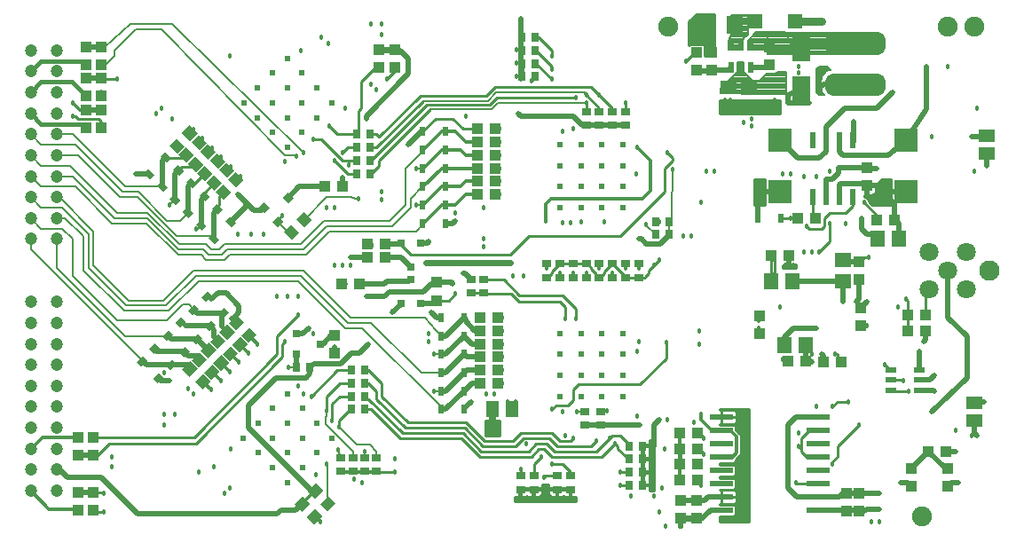
<source format=gbl>
G75*
G70*
%OFA0B0*%
%FSLAX24Y24*%
%IPPOS*%
%LPD*%
%AMOC8*
5,1,8,0,0,1.08239X$1,22.5*
%
%ADD10R,0.0276X0.0354*%
%ADD11R,0.0354X0.0276*%
%ADD12R,0.0512X0.0591*%
%ADD13R,0.0433X0.0394*%
%ADD14R,0.0394X0.0433*%
%ADD15R,0.0551X0.0591*%
%ADD16R,0.0591X0.0551*%
%ADD17R,0.0866X0.0236*%
%ADD18R,0.0299X0.0299*%
%ADD19R,0.0299X0.0299*%
%ADD20R,0.0413X0.0236*%
%ADD21R,0.0591X0.0512*%
%ADD22R,0.0197X0.0394*%
%ADD23R,0.0669X0.0984*%
%ADD24C,0.0620*%
%ADD25R,0.0630X0.0709*%
%ADD26R,0.0551X0.0551*%
%ADD27C,0.0472*%
%ADD28R,0.0850X0.0890*%
%ADD29C,0.0709*%
%ADD30C,0.0768*%
%ADD31R,0.0248X0.0327*%
%ADD32R,0.0217X0.0591*%
%ADD33C,0.0197*%
%ADD34C,0.0098*%
%ADD35C,0.0180*%
%ADD36C,0.0079*%
%ADD37C,0.0237*%
%ADD38C,0.0138*%
%ADD39C,0.0217*%
%ADD40C,0.0118*%
%ADD41C,0.0750*%
%ADD42C,0.0157*%
%ADD43C,0.0295*%
%ADD44C,0.0059*%
D10*
X016618Y009537D03*
X017130Y009537D03*
X018685Y009438D03*
X019197Y009438D03*
X019197Y008946D03*
X019197Y008454D03*
X018685Y008454D03*
X018685Y008946D03*
X018685Y007962D03*
X019197Y007962D03*
X029118Y006584D03*
X029630Y006584D03*
X029630Y006092D03*
X029630Y005600D03*
X029118Y005600D03*
X029118Y006092D03*
X029118Y005108D03*
X029630Y005108D03*
X030102Y014557D03*
X030102Y014999D03*
X030614Y014999D03*
X030614Y014557D03*
X025594Y020462D03*
X025594Y020954D03*
X025082Y020954D03*
X025082Y020462D03*
X025082Y021446D03*
X025594Y021446D03*
X025594Y021938D03*
X025082Y021938D03*
X019393Y018297D03*
X018882Y018297D03*
X018882Y017805D03*
X018882Y017312D03*
X019393Y017312D03*
X019393Y017805D03*
X019393Y016820D03*
X018882Y016820D03*
D11*
X023173Y012844D03*
X023665Y012844D03*
X023665Y012332D03*
X023173Y012332D03*
X026027Y012923D03*
X026519Y012923D03*
X027011Y012923D03*
X027504Y012923D03*
X027996Y012923D03*
X028488Y012923D03*
X028980Y012923D03*
X029472Y012923D03*
X029472Y013434D03*
X028980Y013434D03*
X028488Y013434D03*
X027996Y013434D03*
X027504Y013434D03*
X027011Y013434D03*
X026519Y013434D03*
X026027Y013434D03*
X027504Y018631D03*
X027996Y018631D03*
X028488Y018631D03*
X028980Y018631D03*
X028980Y019143D03*
X028488Y019143D03*
X027996Y019143D03*
X027504Y019143D03*
X027454Y007873D03*
X028045Y007873D03*
X028045Y007362D03*
X027454Y007362D03*
X026913Y005462D03*
X026421Y005462D03*
X026421Y004950D03*
X026913Y004950D03*
X025535Y004950D03*
X025043Y004950D03*
X025043Y005462D03*
X025535Y005462D03*
X019630Y005639D03*
X019187Y005639D03*
X018744Y005639D03*
X018301Y005639D03*
X018301Y006151D03*
X018744Y006151D03*
X019187Y006151D03*
X019630Y006151D03*
D12*
X023980Y007962D03*
X024728Y007962D03*
D13*
X031008Y007076D03*
X031677Y007076D03*
X031677Y006486D03*
X031677Y005895D03*
X031008Y005895D03*
X031008Y006486D03*
X031008Y005305D03*
X031677Y005305D03*
X035092Y009772D03*
X035762Y009772D03*
X036421Y009734D03*
X037090Y009734D03*
X040358Y006387D03*
X041027Y006387D03*
X041086Y005738D03*
X041086Y005068D03*
X039708Y005068D03*
X039708Y005738D03*
X035112Y013731D03*
X034443Y013731D03*
X032228Y020718D03*
X031637Y020718D03*
X031637Y021387D03*
X032228Y021387D03*
X020319Y021486D03*
X019728Y021486D03*
X019728Y020816D03*
X020319Y020816D03*
X009295Y020915D03*
X009295Y020403D03*
X008704Y020403D03*
X008704Y020915D03*
X008704Y021584D03*
X009295Y021584D03*
X009295Y019734D03*
X009295Y019222D03*
X008704Y019222D03*
X008704Y019734D03*
X008704Y018553D03*
X009295Y018553D03*
X021893Y012726D03*
X021893Y012057D03*
X018055Y010757D03*
X018055Y010088D03*
X009000Y006919D03*
X008409Y006919D03*
X008409Y006249D03*
X009000Y006249D03*
X009000Y004852D03*
X008409Y004852D03*
X008409Y004183D03*
X009000Y004183D03*
D14*
G36*
X016821Y004117D02*
X016542Y004396D01*
X016847Y004701D01*
X017126Y004422D01*
X016821Y004117D01*
G37*
G36*
X017294Y003644D02*
X017015Y003923D01*
X017320Y004228D01*
X017599Y003949D01*
X017294Y003644D01*
G37*
G36*
X017786Y004136D02*
X017507Y004415D01*
X017812Y004720D01*
X018091Y004441D01*
X017786Y004136D01*
G37*
G36*
X017313Y004609D02*
X017034Y004888D01*
X017339Y005193D01*
X017618Y004914D01*
X017313Y004609D01*
G37*
X023527Y008946D03*
X023527Y009438D03*
X023527Y009931D03*
X023527Y010423D03*
X023527Y010915D03*
X023527Y011407D03*
X024197Y011407D03*
X024197Y010915D03*
X024197Y010423D03*
X024197Y009931D03*
X024197Y009438D03*
X024197Y008946D03*
X018980Y012686D03*
X018311Y012686D03*
X019295Y013671D03*
X019295Y014183D03*
X019964Y014183D03*
X019964Y013671D03*
G36*
X017206Y015075D02*
X016927Y014796D01*
X016622Y015101D01*
X016901Y015380D01*
X017206Y015075D01*
G37*
G36*
X016732Y014602D02*
X016453Y014323D01*
X016148Y014628D01*
X016427Y014907D01*
X016732Y014602D01*
G37*
X017671Y016328D03*
X018340Y016328D03*
G36*
X014060Y016612D02*
X014339Y016891D01*
X014644Y016586D01*
X014365Y016307D01*
X014060Y016612D01*
G37*
G36*
X013712Y016960D02*
X013991Y017239D01*
X014296Y016934D01*
X014017Y016655D01*
X013712Y016960D01*
G37*
G36*
X013364Y017308D02*
X013643Y017587D01*
X013948Y017282D01*
X013669Y017003D01*
X013364Y017308D01*
G37*
G36*
X013016Y017656D02*
X013295Y017935D01*
X013600Y017630D01*
X013321Y017351D01*
X013016Y017656D01*
G37*
G36*
X012668Y018004D02*
X012947Y018283D01*
X013252Y017978D01*
X012973Y017699D01*
X012668Y018004D01*
G37*
G36*
X012320Y018352D02*
X012599Y018631D01*
X012904Y018326D01*
X012625Y018047D01*
X012320Y018352D01*
G37*
G36*
X011846Y017878D02*
X012125Y018157D01*
X012430Y017852D01*
X012151Y017573D01*
X011846Y017878D01*
G37*
G36*
X012194Y017530D02*
X012473Y017809D01*
X012778Y017504D01*
X012499Y017225D01*
X012194Y017530D01*
G37*
G36*
X012542Y017182D02*
X012821Y017461D01*
X013126Y017156D01*
X012847Y016877D01*
X012542Y017182D01*
G37*
G36*
X012890Y016834D02*
X013169Y017113D01*
X013474Y016808D01*
X013195Y016529D01*
X012890Y016834D01*
G37*
G36*
X013238Y016486D02*
X013517Y016765D01*
X013822Y016460D01*
X013543Y016181D01*
X013238Y016486D01*
G37*
G36*
X013586Y016138D02*
X013865Y016417D01*
X014170Y016112D01*
X013891Y015833D01*
X013586Y016138D01*
G37*
G36*
X014350Y010931D02*
X014071Y011210D01*
X014376Y011515D01*
X014655Y011236D01*
X014350Y010931D01*
G37*
G36*
X014002Y010583D02*
X013723Y010862D01*
X014028Y011167D01*
X014307Y010888D01*
X014002Y010583D01*
G37*
G36*
X013654Y010235D02*
X013375Y010514D01*
X013680Y010819D01*
X013959Y010540D01*
X013654Y010235D01*
G37*
G36*
X013306Y009887D02*
X013027Y010166D01*
X013332Y010471D01*
X013611Y010192D01*
X013306Y009887D01*
G37*
G36*
X012958Y009539D02*
X012679Y009818D01*
X012984Y010123D01*
X013263Y009844D01*
X012958Y009539D01*
G37*
G36*
X012610Y009191D02*
X012331Y009470D01*
X012636Y009775D01*
X012915Y009496D01*
X012610Y009191D01*
G37*
G36*
X013084Y008718D02*
X012805Y008997D01*
X013110Y009302D01*
X013389Y009023D01*
X013084Y008718D01*
G37*
G36*
X013432Y009066D02*
X013153Y009345D01*
X013458Y009650D01*
X013737Y009371D01*
X013432Y009066D01*
G37*
G36*
X013780Y009414D02*
X013501Y009693D01*
X013806Y009998D01*
X014085Y009719D01*
X013780Y009414D01*
G37*
G36*
X014128Y009762D02*
X013849Y010041D01*
X014154Y010346D01*
X014433Y010067D01*
X014128Y009762D01*
G37*
G36*
X014476Y010110D02*
X014197Y010389D01*
X014502Y010694D01*
X014781Y010415D01*
X014476Y010110D01*
G37*
G36*
X014824Y010458D02*
X014545Y010737D01*
X014850Y011042D01*
X015129Y010763D01*
X014824Y010458D01*
G37*
X023429Y016033D03*
X024098Y016033D03*
X024098Y016525D03*
X023429Y016525D03*
X023429Y017017D03*
X023429Y017509D03*
X024098Y017509D03*
X024098Y017017D03*
X024098Y018001D03*
X024098Y018494D03*
X023429Y018494D03*
X023429Y018001D03*
X034393Y020895D03*
X034393Y021564D03*
X038035Y017057D03*
X038035Y016387D03*
X036106Y015147D03*
X035437Y015147D03*
X037740Y013513D03*
X037740Y012844D03*
X037828Y011779D03*
X037828Y011110D03*
X039571Y010915D03*
X039571Y011505D03*
X040240Y011505D03*
X040240Y010915D03*
X034010Y010815D03*
X034010Y011484D03*
X038429Y015088D03*
X039098Y015088D03*
X037740Y004812D03*
X037287Y004812D03*
X037287Y004143D03*
X037740Y004143D03*
X031637Y003887D03*
X031047Y003887D03*
X031047Y004557D03*
X031637Y004557D03*
D15*
X034945Y010362D03*
X035752Y010362D03*
X035259Y012786D03*
X034452Y012786D03*
X038451Y014381D03*
X039259Y014381D03*
D16*
X037149Y013582D03*
X037149Y012775D03*
D17*
X036204Y007671D03*
X036204Y007171D03*
X036204Y006671D03*
X036204Y006171D03*
X036204Y005671D03*
X036204Y005171D03*
X036204Y004671D03*
X036204Y004171D03*
X032582Y004171D03*
X032582Y004671D03*
X032582Y005171D03*
X032582Y005671D03*
X032582Y006171D03*
X032582Y006671D03*
X032582Y007171D03*
X032582Y007671D03*
D18*
X021283Y011940D03*
X020535Y011940D03*
X020909Y012842D03*
X020909Y013318D03*
X020535Y014220D03*
X021283Y014220D03*
X016620Y010797D03*
X016620Y010049D03*
X017521Y010423D03*
D19*
G36*
X015934Y015217D02*
X016144Y015007D01*
X015934Y014797D01*
X015724Y015007D01*
X015934Y015217D01*
G37*
G36*
X015405Y015746D02*
X015615Y015536D01*
X015405Y015326D01*
X015195Y015536D01*
X015405Y015746D01*
G37*
G36*
X016307Y016119D02*
X016517Y015909D01*
X016307Y015699D01*
X016097Y015909D01*
X016307Y016119D01*
G37*
D20*
X038960Y009438D03*
X038960Y009064D03*
X038960Y008690D03*
X040023Y008690D03*
X040023Y009064D03*
X040023Y009438D03*
D21*
X042071Y008198D03*
X042071Y007529D03*
X042563Y017568D03*
X042563Y018238D03*
X033626Y019320D03*
X033626Y020068D03*
X032838Y020068D03*
X032838Y019320D03*
D22*
X032937Y020816D03*
X033311Y020816D03*
X033685Y020816D03*
X033685Y021643D03*
X033311Y021643D03*
X032937Y021643D03*
D23*
X035574Y021545D03*
X035574Y019970D03*
D24*
X036771Y020289D02*
X038433Y020289D01*
X038433Y020083D01*
X036771Y020083D01*
X036771Y020289D01*
X036771Y021825D02*
X038433Y021825D01*
X038433Y021619D01*
X036771Y021619D01*
X036771Y021825D01*
D25*
X033074Y022411D03*
X031972Y022411D03*
D26*
X033862Y022549D03*
X035358Y022549D03*
D27*
X007622Y021446D03*
X006637Y021446D03*
X006637Y020659D03*
X006637Y019871D03*
X007622Y019871D03*
X007622Y020659D03*
X007622Y019084D03*
X007622Y018297D03*
X006637Y018297D03*
X006637Y019084D03*
X006637Y017509D03*
X006637Y016722D03*
X007622Y016722D03*
X007622Y017509D03*
X007622Y015934D03*
X007622Y015147D03*
X006637Y015147D03*
X006637Y015934D03*
X006637Y014360D03*
X007622Y014360D03*
X007622Y011997D03*
X007622Y011210D03*
X006637Y011210D03*
X006637Y011997D03*
X006637Y010423D03*
X006637Y009635D03*
X007622Y009635D03*
X007622Y010423D03*
X007622Y008848D03*
X007622Y008060D03*
X006637Y008060D03*
X006637Y008848D03*
X006637Y007273D03*
X007622Y007273D03*
X007622Y006486D03*
X007622Y005698D03*
X006637Y005698D03*
X006637Y006486D03*
X006637Y004911D03*
X007622Y004911D03*
D28*
X034787Y016156D03*
X034787Y018076D03*
X039511Y018076D03*
X039511Y016156D03*
D29*
X040390Y013875D03*
X041086Y013179D03*
X041782Y013875D03*
X041782Y012483D03*
X040390Y012483D03*
D30*
X042661Y013179D03*
D31*
X034832Y015147D03*
X033954Y015147D03*
X022923Y011407D03*
X022923Y010718D03*
X022923Y010029D03*
X022923Y009340D03*
X022045Y009340D03*
X022045Y010029D03*
X022045Y010718D03*
X022045Y011407D03*
X022045Y008651D03*
X022045Y007962D03*
X022923Y007962D03*
X022923Y008651D03*
G36*
X013893Y011783D02*
X014068Y011608D01*
X013839Y011379D01*
X013664Y011554D01*
X013893Y011783D01*
G37*
G36*
X013273Y012404D02*
X013448Y012229D01*
X013219Y012000D01*
X013044Y012175D01*
X013273Y012404D01*
G37*
G36*
X012785Y011916D02*
X012960Y011741D01*
X012731Y011512D01*
X012556Y011687D01*
X012785Y011916D01*
G37*
G36*
X012298Y011429D02*
X012473Y011254D01*
X012244Y011025D01*
X012069Y011200D01*
X012298Y011429D01*
G37*
G36*
X011811Y010942D02*
X011986Y010767D01*
X011757Y010538D01*
X011582Y010713D01*
X011811Y010942D01*
G37*
G36*
X011324Y010455D02*
X011499Y010280D01*
X011270Y010051D01*
X011095Y010226D01*
X011324Y010455D01*
G37*
G36*
X010837Y009968D02*
X011012Y009793D01*
X010783Y009564D01*
X010608Y009739D01*
X010837Y009968D01*
G37*
G36*
X011945Y009834D02*
X012120Y009659D01*
X011891Y009430D01*
X011716Y009605D01*
X011945Y009834D01*
G37*
G36*
X012432Y010321D02*
X012607Y010146D01*
X012378Y009917D01*
X012203Y010092D01*
X012432Y010321D01*
G37*
G36*
X012919Y010808D02*
X013094Y010633D01*
X012865Y010404D01*
X012690Y010579D01*
X012919Y010808D01*
G37*
G36*
X013406Y011296D02*
X013581Y011121D01*
X013352Y010892D01*
X013177Y011067D01*
X013406Y011296D01*
G37*
G36*
X011458Y009347D02*
X011633Y009172D01*
X011404Y008943D01*
X011229Y009118D01*
X011458Y009347D01*
G37*
G36*
X013324Y014408D02*
X013499Y014583D01*
X013728Y014354D01*
X013553Y014179D01*
X013324Y014408D01*
G37*
G36*
X012837Y014895D02*
X013012Y015070D01*
X013241Y014841D01*
X013066Y014666D01*
X012837Y014895D01*
G37*
G36*
X012350Y015383D02*
X012525Y015558D01*
X012754Y015329D01*
X012579Y015154D01*
X012350Y015383D01*
G37*
G36*
X011863Y015870D02*
X012038Y016045D01*
X012267Y015816D01*
X012092Y015641D01*
X011863Y015870D01*
G37*
G36*
X011375Y016357D02*
X011550Y016532D01*
X011779Y016303D01*
X011604Y016128D01*
X011375Y016357D01*
G37*
G36*
X010888Y016844D02*
X011063Y017019D01*
X011292Y016790D01*
X011117Y016615D01*
X010888Y016844D01*
G37*
G36*
X011509Y017465D02*
X011684Y017640D01*
X011913Y017411D01*
X011738Y017236D01*
X011509Y017465D01*
G37*
G36*
X011996Y016978D02*
X012171Y017153D01*
X012400Y016924D01*
X012225Y016749D01*
X011996Y016978D01*
G37*
G36*
X012483Y016491D02*
X012658Y016666D01*
X012887Y016437D01*
X012712Y016262D01*
X012483Y016491D01*
G37*
G36*
X012971Y016003D02*
X013146Y016178D01*
X013375Y015949D01*
X013200Y015774D01*
X012971Y016003D01*
G37*
G36*
X013458Y015516D02*
X013633Y015691D01*
X013862Y015462D01*
X013687Y015287D01*
X013458Y015516D01*
G37*
G36*
X013945Y015029D02*
X014120Y015204D01*
X014349Y014975D01*
X014174Y014800D01*
X013945Y015029D01*
G37*
X021356Y014950D03*
X021356Y015639D03*
X021356Y016328D03*
X022234Y016328D03*
X022234Y015639D03*
X022234Y014950D03*
X022234Y017017D03*
X022234Y017706D03*
X022234Y018395D03*
X021356Y018395D03*
X021356Y017706D03*
X021356Y017017D03*
D32*
X036006Y015954D03*
X036506Y015954D03*
X037006Y015954D03*
X037506Y015954D03*
X037506Y018080D03*
X037006Y018080D03*
X036506Y018080D03*
X036006Y018080D03*
D33*
X036506Y018080D02*
X036506Y017653D01*
X036263Y017411D01*
X035452Y017411D01*
X034787Y018076D01*
X036506Y018080D02*
X036519Y018094D01*
X036519Y018572D01*
X037228Y019281D01*
X038429Y019281D01*
X039019Y019871D01*
X037602Y020186D02*
X037031Y020167D01*
X036460Y020167D01*
X036263Y020068D01*
X035574Y019970D02*
X035082Y019773D01*
X035082Y019478D01*
X035870Y019478D01*
X037543Y018789D02*
X037543Y018019D01*
X037506Y018057D01*
X037506Y018080D01*
X037006Y018080D02*
X037006Y017653D01*
X037149Y017509D01*
X038847Y017509D01*
X039511Y018076D01*
X040299Y019257D01*
X040299Y020856D01*
X042563Y018238D02*
X042523Y018198D01*
X041972Y018198D01*
X042563Y017568D02*
X042563Y017116D01*
X039098Y015659D02*
X039098Y015088D01*
X039259Y014928D01*
X039259Y014381D01*
X038451Y014381D02*
X038276Y014557D01*
X038035Y014557D01*
X037838Y014753D01*
X037838Y015147D01*
X037006Y015954D02*
X037006Y016381D01*
X037051Y016427D01*
X037996Y016427D01*
X038035Y016387D01*
X038074Y017017D02*
X038429Y017017D01*
X038074Y017017D02*
X038035Y017057D01*
X036972Y017057D01*
X036972Y016840D01*
X036756Y016623D01*
X036539Y016623D01*
X036519Y016604D01*
X036519Y015968D01*
X036506Y015954D01*
X038823Y015934D02*
X039098Y015659D01*
X037740Y013513D02*
X037208Y013513D01*
X037139Y012785D02*
X036756Y012785D01*
X036459Y012786D01*
X035259Y012786D01*
X037139Y012785D02*
X037149Y012775D01*
X037149Y011997D01*
X037641Y011997D02*
X037740Y012096D01*
X037740Y012844D01*
X038035Y011997D02*
X037828Y011791D01*
X037828Y011779D01*
X036165Y011013D02*
X035279Y011013D01*
X034945Y010679D01*
X034945Y010362D01*
X035752Y010362D02*
X035752Y009781D01*
X035762Y009772D01*
X035930Y009772D01*
X035968Y009734D01*
X036421Y009734D02*
X036421Y009970D01*
X036362Y010029D01*
X040004Y010127D02*
X040023Y010108D01*
X040023Y009438D01*
X040023Y009064D02*
X040417Y009064D01*
X040594Y009242D01*
X040555Y008690D02*
X040023Y008690D01*
X040555Y008690D02*
X040594Y008651D01*
X040496Y007864D02*
X041825Y009143D01*
X041825Y010718D01*
X041086Y011407D01*
X041086Y013179D01*
X040240Y010915D02*
X040240Y010560D01*
X040200Y010521D01*
X042130Y008257D02*
X042071Y008198D01*
X042130Y008257D02*
X042464Y008257D01*
X042071Y007529D02*
X042071Y007076D01*
X042169Y006978D01*
X041382Y006387D02*
X041027Y006387D01*
X041008Y005738D02*
X040358Y006387D01*
X039708Y005738D01*
X039571Y005206D02*
X039708Y005068D01*
X039571Y005206D02*
X039315Y005206D01*
X038527Y004812D02*
X037287Y004812D01*
X037740Y004812D01*
X037287Y004812D02*
X037149Y004812D01*
X037008Y004671D01*
X036204Y004671D01*
X035420Y004671D01*
X035082Y005009D01*
X035082Y007371D01*
X035378Y007667D01*
X036199Y007667D01*
X036204Y007671D01*
X032578Y004675D02*
X032582Y004671D01*
X032578Y004675D02*
X032071Y004675D01*
X031952Y004557D01*
X031637Y004557D01*
X031047Y004557D01*
X031047Y003828D02*
X031578Y003828D01*
X031637Y003887D01*
X031578Y003828D02*
X031834Y003828D01*
X032178Y004171D01*
X032582Y004171D01*
X036204Y004171D02*
X037346Y004171D01*
X037318Y004143D01*
X037287Y004143D01*
X037346Y004171D02*
X037712Y004171D01*
X037740Y004143D01*
X037956Y004143D01*
X038035Y004222D01*
X038527Y004222D01*
X041086Y005068D02*
X041224Y005206D01*
X041480Y005206D01*
X041086Y005738D02*
X041008Y005738D01*
X030260Y007568D02*
X030063Y007371D01*
X030063Y006584D01*
X029511Y007362D02*
X029521Y007371D01*
X029511Y007362D02*
X028045Y007362D01*
X027454Y007362D01*
X023527Y008946D02*
X023218Y008946D01*
X022923Y008651D01*
X022234Y007962D01*
X022045Y007962D01*
X022045Y008651D02*
X022234Y008651D01*
X022923Y009340D01*
X023021Y009438D01*
X023370Y009438D01*
X023527Y009438D01*
X023527Y009931D02*
X023370Y009931D01*
X023021Y009931D01*
X022923Y010029D01*
X022234Y009340D01*
X022045Y009340D01*
X022045Y010029D02*
X022234Y010029D01*
X022923Y010718D01*
X023218Y010423D01*
X023370Y010423D01*
X023527Y010423D01*
X023527Y010915D02*
X023370Y010915D01*
X023321Y010915D01*
X022976Y011259D01*
X022976Y011354D01*
X022923Y011407D01*
X022234Y010718D01*
X022045Y010718D01*
X022045Y011407D02*
X021893Y011407D01*
X021697Y011604D01*
X021777Y011940D02*
X021283Y011940D01*
X021777Y011940D02*
X021893Y012057D01*
X021401Y012391D02*
X021697Y012686D01*
X021854Y012686D01*
X021893Y012726D01*
X022445Y012726D01*
X022484Y012686D01*
X022878Y013080D02*
X022937Y013080D01*
X023173Y012844D01*
X024403Y013474D02*
X024699Y013474D01*
X022582Y015049D02*
X022484Y014950D01*
X022234Y014950D01*
X021598Y014261D02*
X021557Y014220D01*
X021283Y014220D01*
X020515Y014163D02*
X019984Y014163D01*
X019964Y014183D01*
X019964Y013671D02*
X020557Y013671D01*
X020909Y013318D01*
X020909Y012842D02*
X020852Y012785D01*
X020023Y012785D01*
X019925Y012686D01*
X018980Y012686D01*
X018449Y012686D02*
X018311Y012686D01*
X019236Y012194D02*
X019925Y012194D01*
X020122Y012391D01*
X021401Y012391D01*
X020535Y011940D02*
X020535Y011919D01*
X020220Y011604D01*
X019334Y010423D02*
X018990Y010078D01*
X018695Y010078D01*
X018301Y009684D01*
X017277Y009684D01*
X017130Y009537D01*
X017130Y009301D01*
X016972Y009143D01*
X015840Y009143D01*
X014807Y008110D01*
X014807Y007273D01*
X017252Y004828D01*
X016834Y004409D02*
X016597Y004173D01*
X016037Y004173D01*
X015889Y004025D01*
X010653Y004025D01*
X009275Y005403D01*
X008015Y005403D01*
X007720Y005698D01*
X007622Y005698D01*
X008409Y006249D02*
X009000Y006249D01*
X009000Y004852D02*
X008409Y004852D01*
X011531Y009045D02*
X011854Y009045D01*
X011531Y009045D02*
X011431Y009145D01*
X010971Y009632D02*
X011918Y009632D01*
X011921Y009635D01*
X012592Y009635D01*
X012577Y009621D01*
X012577Y009522D01*
X012887Y009881D02*
X012887Y009931D01*
X012937Y009980D01*
X012544Y009980D01*
X012405Y010119D01*
X012397Y010127D01*
X011362Y010127D01*
X011386Y010152D01*
X011386Y010201D01*
X011918Y010606D02*
X011784Y010740D01*
X011918Y010606D02*
X012892Y010606D01*
X013319Y010179D01*
X013527Y010668D02*
X013527Y010946D01*
X013379Y011094D01*
X012463Y011094D01*
X012445Y011112D01*
X012892Y011581D02*
X012758Y011714D01*
X012892Y011581D02*
X013866Y011581D01*
X013823Y011537D01*
X013823Y011062D01*
X014197Y011387D02*
X014246Y011387D01*
X014462Y011604D01*
X014462Y011850D01*
X013970Y012342D01*
X013675Y012342D01*
X013429Y012096D01*
X016620Y010797D02*
X016854Y010797D01*
X017071Y011013D01*
X017612Y010423D02*
X017956Y010767D01*
X018045Y010767D01*
X018055Y010757D01*
X018055Y010324D02*
X018055Y010088D01*
X017612Y010423D02*
X017521Y010423D01*
X016620Y010049D02*
X016620Y009539D01*
X016618Y009537D01*
X010971Y009632D02*
X010870Y009734D01*
X013526Y014381D02*
X013526Y015356D01*
X013660Y015489D01*
X013173Y015976D02*
X013039Y015843D01*
X013039Y014868D01*
X012552Y015356D02*
X012552Y016330D01*
X012685Y016464D01*
X012198Y016951D02*
X012065Y016817D01*
X012065Y015843D01*
X011577Y016330D02*
X011577Y017304D01*
X011711Y017438D01*
X011090Y016817D02*
X010578Y016817D01*
X014147Y015002D02*
X014708Y015563D01*
X014708Y015738D01*
X015004Y015442D01*
X015311Y015442D01*
X015405Y015536D01*
X014708Y015738D02*
X014413Y016033D01*
X016307Y015909D02*
X016726Y016328D01*
X017671Y016328D01*
X018340Y016328D02*
X018340Y016663D01*
X018350Y016673D01*
X020811Y017903D02*
X021303Y018395D01*
X021356Y018395D01*
X019236Y018887D02*
X019236Y018986D01*
X020811Y020560D01*
X020811Y021151D01*
X020515Y021446D01*
X019767Y021446D01*
X019728Y021486D01*
X020319Y021486D01*
X025043Y021446D02*
X025043Y020364D01*
X025082Y020403D01*
X025082Y020462D01*
X025082Y020954D01*
X025082Y021446D02*
X025043Y021446D01*
X025043Y021899D01*
X025082Y021938D01*
X025043Y021978D01*
X025043Y022332D01*
X025043Y022627D01*
X024945Y019084D02*
X025043Y018986D01*
X027011Y018986D01*
X027366Y018631D01*
X027504Y018631D01*
X027996Y018631D01*
X028488Y018631D01*
X028980Y018631D01*
X031637Y020718D02*
X031697Y020659D01*
X032130Y020659D01*
X032189Y020718D01*
X032228Y020718D01*
X032838Y020718D01*
X032937Y020816D01*
X033685Y020816D02*
X034216Y020816D01*
X034393Y020895D01*
X033901Y015934D02*
X033954Y015881D01*
X033954Y015147D01*
X030614Y014497D02*
X030280Y014163D01*
X029767Y014163D01*
X029571Y014360D01*
X029472Y014360D01*
X023173Y008257D02*
X022923Y008007D01*
X022923Y007962D01*
X019295Y013671D02*
X018645Y013671D01*
X019295Y014183D02*
X019413Y014183D01*
X019433Y014064D01*
X009295Y019222D02*
X008704Y019222D01*
X008704Y020403D02*
X009295Y020403D01*
X009334Y021545D02*
X009295Y021584D01*
X009334Y021545D02*
X009393Y021545D01*
X009295Y021643D01*
X009197Y021643D01*
X009137Y021584D01*
X008704Y021584D01*
D34*
X009295Y020403D02*
X009334Y020364D01*
X009886Y020364D01*
X009295Y019871D02*
X009295Y019734D01*
X008704Y019222D02*
X008468Y019222D01*
X008212Y019478D01*
X008665Y019183D02*
X008704Y019222D01*
X008409Y018887D02*
X008311Y018986D01*
X008212Y018986D01*
X008409Y018887D02*
X009197Y018887D01*
X009295Y018789D01*
X009295Y018553D01*
X011711Y017438D02*
X011738Y017411D01*
X012395Y017411D01*
X012420Y017485D01*
X012445Y017509D01*
X012445Y017608D01*
X012486Y017566D01*
X012486Y017517D01*
X012486Y017502D01*
X012420Y017485D01*
X012789Y017263D02*
X012789Y017116D01*
X012834Y017161D01*
X012834Y017169D01*
X012789Y017116D02*
X012740Y017066D01*
X012314Y017066D01*
X012198Y016951D01*
X012685Y016464D02*
X012825Y016464D01*
X013133Y016772D01*
X013134Y016772D01*
X013134Y016870D01*
X013182Y016821D02*
X013133Y016772D01*
X013527Y016574D02*
X013527Y016470D01*
X013476Y016439D01*
X013530Y016473D01*
X013476Y016439D02*
X013173Y016116D01*
X013173Y015976D01*
X013724Y015971D02*
X013724Y015639D01*
X013660Y015575D01*
X013660Y015489D01*
X013724Y015971D02*
X013829Y016076D01*
X013835Y016082D01*
X013921Y016082D01*
X013878Y016125D01*
X013878Y016125D01*
X013829Y016076D01*
X014352Y016599D02*
X014475Y016722D01*
X014511Y016722D01*
X014144Y017086D02*
X014143Y017086D01*
X014004Y016947D01*
X013656Y017295D02*
X013794Y017433D01*
X013794Y017436D01*
X013444Y017779D02*
X013308Y017643D01*
X013444Y017779D02*
X013444Y017786D01*
X013094Y018125D02*
X013094Y018136D01*
X013094Y018125D02*
X012960Y017991D01*
X012612Y018339D02*
X012744Y018471D01*
X012744Y018486D01*
X012138Y017865D02*
X012123Y017865D01*
X012094Y017836D01*
X010578Y016817D02*
X010574Y016820D01*
X015934Y015093D02*
X016086Y015246D01*
X015934Y015093D02*
X015934Y015007D01*
X018055Y017312D02*
X018547Y016820D01*
X018882Y016820D01*
X018594Y017136D02*
X018594Y017261D01*
X018645Y017312D01*
X018350Y017312D01*
X017563Y018100D01*
X017267Y018100D01*
X017858Y018592D02*
X018153Y018297D01*
X018882Y018297D01*
X018941Y018356D01*
X018941Y019183D01*
X019039Y019281D01*
X019039Y020265D01*
X019590Y020816D01*
X019728Y020816D01*
X020023Y020364D02*
X020319Y020659D01*
X020319Y020816D01*
X021283Y019753D02*
X023763Y019753D01*
X024078Y020068D01*
X027700Y020068D01*
X027996Y019773D01*
X028488Y019281D01*
X028488Y019143D01*
X028980Y019143D02*
X028980Y019478D01*
X027996Y019281D02*
X027996Y019143D01*
X027996Y019281D02*
X027504Y019773D01*
X027405Y019871D01*
X027110Y019675D02*
X024157Y019675D01*
X023882Y019399D01*
X021519Y019399D01*
X019433Y017312D01*
X019393Y017312D01*
X019728Y017312D02*
X019728Y017116D01*
X019433Y016820D01*
X019393Y016820D01*
X019728Y017312D02*
X021657Y019242D01*
X021848Y018887D02*
X021356Y018395D01*
X021848Y018887D02*
X022484Y018887D01*
X022878Y018494D01*
X023429Y018494D01*
X024098Y018494D02*
X024256Y018494D01*
X025437Y020315D02*
X025594Y020423D01*
X025594Y020462D01*
X025594Y020954D02*
X025634Y020954D01*
X026224Y020364D01*
X026224Y020757D02*
X026224Y020856D01*
X025634Y021446D01*
X025594Y021446D01*
X025732Y021938D02*
X026224Y021446D01*
X026224Y021249D01*
X025732Y021938D02*
X025594Y021938D01*
X027504Y019478D02*
X027504Y019143D01*
X030555Y017608D02*
X030752Y017411D01*
X030752Y017312D01*
X030456Y017017D01*
X030456Y016131D01*
X028783Y014458D01*
X025338Y014458D01*
X024649Y013769D01*
X020909Y013769D01*
X020515Y014163D01*
X020535Y014220D01*
X023665Y012844D02*
X023675Y012834D01*
X024403Y012834D01*
X024994Y012244D01*
X026618Y012244D01*
X027110Y011751D01*
X027110Y011358D01*
X026716Y011358D02*
X026716Y011801D01*
X026519Y011997D01*
X024994Y011997D01*
X024699Y012293D01*
X023704Y012293D01*
X023665Y012332D01*
X023173Y012332D01*
X022582Y012293D02*
X022346Y012057D01*
X021893Y012057D01*
X023370Y011407D02*
X023527Y011407D01*
X026027Y012923D02*
X026067Y012923D01*
X026224Y013080D01*
X026224Y013129D01*
X026421Y013325D01*
X026460Y013375D01*
X026519Y013434D01*
X027011Y013434D01*
X027504Y013434D01*
X027543Y013434D01*
X027700Y013277D01*
X027700Y013230D01*
X027844Y013086D01*
X027844Y013074D01*
X027996Y012923D01*
X028031Y012923D01*
X028194Y013086D01*
X028194Y013136D01*
X028294Y013236D01*
X028294Y013241D01*
X028488Y013434D01*
X028496Y013434D01*
X028944Y012986D01*
X028944Y012959D01*
X028980Y012923D01*
X029472Y012923D01*
X029728Y012923D01*
X029728Y012942D01*
X029866Y013080D01*
X029866Y013179D01*
X030260Y013572D01*
X029472Y013434D02*
X029472Y013277D01*
X028980Y013277D02*
X028980Y013434D01*
X028488Y013080D02*
X028488Y012923D01*
X027996Y013277D02*
X027996Y013434D01*
X027504Y013080D02*
X027504Y012923D01*
X027011Y012923D02*
X027011Y013080D01*
X026519Y013080D02*
X026519Y012923D01*
X026027Y013277D02*
X026027Y013434D01*
X030506Y010472D02*
X030506Y009881D01*
X029521Y008897D01*
X027208Y008897D01*
X027011Y008701D01*
X027011Y008307D01*
X026815Y008110D01*
X026372Y008110D01*
X026224Y007962D01*
X024846Y008080D02*
X024728Y007962D01*
X024846Y008080D02*
X024846Y008257D01*
X025043Y007076D02*
X026224Y007076D01*
X026519Y006781D01*
X026913Y006781D01*
X027011Y006879D01*
X026421Y006584D02*
X027700Y006584D01*
X027897Y006781D01*
X027897Y006387D02*
X028389Y006879D01*
X028488Y006978D01*
X028783Y006978D01*
X029118Y006643D01*
X029118Y006584D01*
X028685Y006584D02*
X028685Y006486D01*
X029078Y006092D01*
X029118Y006092D01*
X029118Y005600D02*
X028783Y005600D01*
X028783Y005108D02*
X029118Y005108D01*
X028094Y006190D02*
X028586Y006683D01*
X028685Y006584D01*
X028094Y006190D02*
X026224Y006190D01*
X025929Y006486D01*
X025732Y006486D01*
X025437Y006190D01*
X023508Y006190D01*
X022819Y006879D01*
X020515Y006879D01*
X019433Y007962D01*
X019197Y007962D01*
X019137Y007962D01*
X018685Y007962D02*
X018665Y007982D01*
X018645Y007982D01*
X018212Y007549D01*
X018212Y007312D01*
X017956Y007568D02*
X017937Y007549D01*
X017956Y007568D02*
X017956Y008159D01*
X018252Y008454D01*
X018685Y008454D01*
X018685Y008946D02*
X018252Y008946D01*
X017760Y008454D01*
X017760Y007923D01*
X017740Y007903D01*
X017169Y008454D02*
X018153Y009438D01*
X018685Y009438D01*
X019137Y009438D02*
X019197Y009438D01*
X019334Y009438D01*
X019826Y008946D01*
X019826Y008454D01*
X020811Y007470D01*
X022996Y007470D01*
X023685Y006781D01*
X024748Y006781D01*
X025043Y007076D01*
X025141Y006879D02*
X026126Y006879D01*
X026421Y006584D01*
X026323Y006387D02*
X027897Y006387D01*
X026913Y005600D02*
X026618Y005895D01*
X026224Y005895D01*
X025830Y006190D02*
X025535Y005895D01*
X025535Y005462D01*
X025929Y005403D02*
X025988Y005462D01*
X026421Y005462D01*
X026913Y005462D02*
X026913Y005600D01*
X026323Y006387D02*
X026027Y006683D01*
X025634Y006683D01*
X025338Y006387D01*
X023567Y006387D01*
X022878Y007076D01*
X020614Y007076D01*
X019334Y008356D01*
X019295Y008356D01*
X019197Y008454D01*
X019630Y008356D02*
X019630Y008651D01*
X019334Y008946D01*
X019197Y008946D01*
X019630Y008356D02*
X020712Y007273D01*
X022937Y007273D01*
X023626Y006584D01*
X024846Y006584D01*
X025141Y006879D01*
X025043Y005698D02*
X025043Y005462D01*
X029630Y006584D02*
X030063Y006584D01*
X032523Y005954D02*
X033056Y005954D01*
X033606Y005954D01*
X033606Y005857D02*
X033087Y005857D01*
X033114Y005831D02*
X033056Y005889D01*
X032523Y005889D01*
X032523Y005954D01*
X033056Y005954D02*
X033114Y006012D01*
X033114Y006065D01*
X033174Y006125D01*
X033322Y006273D01*
X033322Y006404D01*
X033322Y006993D01*
X033229Y007086D01*
X033114Y007202D01*
X033114Y007331D01*
X033056Y007389D01*
X032523Y007389D01*
X032523Y007404D01*
X032572Y007404D01*
X032572Y007661D01*
X032591Y007661D01*
X032591Y007404D01*
X033034Y007404D01*
X033072Y007414D01*
X033106Y007434D01*
X033134Y007462D01*
X033154Y007496D01*
X033164Y007534D01*
X033164Y007662D01*
X032592Y007662D01*
X032592Y007681D01*
X033164Y007681D01*
X033164Y007809D01*
X033154Y007847D01*
X033134Y007881D01*
X033106Y007909D01*
X033072Y007929D01*
X033034Y007939D01*
X032591Y007939D01*
X032591Y007682D01*
X032572Y007682D01*
X032572Y007939D01*
X032523Y007939D01*
X032523Y007962D01*
X033606Y007962D01*
X033606Y003730D01*
X032523Y003730D01*
X032523Y003954D01*
X033056Y003954D01*
X033114Y004012D01*
X033114Y004331D01*
X033056Y004389D01*
X032523Y004389D01*
X032523Y004404D01*
X032572Y004404D01*
X032572Y004661D01*
X032591Y004661D01*
X032591Y004404D01*
X033034Y004404D01*
X033072Y004414D01*
X033106Y004434D01*
X033134Y004462D01*
X033154Y004496D01*
X033164Y004534D01*
X033164Y004662D01*
X032592Y004662D01*
X032592Y004681D01*
X033164Y004681D01*
X033164Y004809D01*
X033154Y004847D01*
X033134Y004881D01*
X033106Y004909D01*
X033072Y004929D01*
X033034Y004939D01*
X032591Y004939D01*
X032591Y004682D01*
X032572Y004682D01*
X032572Y004939D01*
X032523Y004939D01*
X032523Y004954D01*
X033056Y004954D01*
X033114Y005012D01*
X033114Y005331D01*
X033056Y005389D01*
X032523Y005389D01*
X032523Y005454D01*
X033056Y005454D01*
X033114Y005512D01*
X033114Y005831D01*
X033114Y005760D02*
X033606Y005760D01*
X033606Y005663D02*
X033114Y005663D01*
X033114Y005566D02*
X033606Y005566D01*
X033606Y005469D02*
X033071Y005469D01*
X033072Y005372D02*
X033606Y005372D01*
X033606Y005275D02*
X033114Y005275D01*
X033114Y005178D02*
X033606Y005178D01*
X033606Y005081D02*
X033114Y005081D01*
X033086Y004985D02*
X033606Y004985D01*
X033606Y004888D02*
X033128Y004888D01*
X033164Y004791D02*
X033606Y004791D01*
X033606Y004694D02*
X033164Y004694D01*
X033164Y004597D02*
X033606Y004597D01*
X033606Y004500D02*
X033155Y004500D01*
X033114Y004306D02*
X033606Y004306D01*
X033606Y004403D02*
X032523Y004403D01*
X032572Y004500D02*
X032591Y004500D01*
X032591Y004597D02*
X032572Y004597D01*
X032572Y004694D02*
X032591Y004694D01*
X032591Y004791D02*
X032572Y004791D01*
X032572Y004888D02*
X032591Y004888D01*
X033114Y004209D02*
X033606Y004209D01*
X033606Y004112D02*
X033114Y004112D01*
X033114Y004015D02*
X033606Y004015D01*
X033606Y003918D02*
X032523Y003918D01*
X032523Y003821D02*
X033606Y003821D01*
X031588Y003838D02*
X031291Y003838D01*
X031096Y003838D01*
X031096Y003535D01*
X030998Y003535D01*
X030998Y003838D01*
X031096Y003838D01*
X031096Y003936D01*
X031291Y003936D01*
X031588Y003936D01*
X031588Y003838D01*
X031588Y003918D02*
X031096Y003918D01*
X031096Y003821D02*
X030998Y003821D01*
X030998Y003724D02*
X031096Y003724D01*
X031096Y003627D02*
X030998Y003627D01*
X033114Y006051D02*
X033606Y006051D01*
X033606Y006148D02*
X033197Y006148D01*
X033294Y006245D02*
X033606Y006245D01*
X033606Y006342D02*
X033322Y006342D01*
X033322Y006439D02*
X033606Y006439D01*
X033606Y006536D02*
X033322Y006536D01*
X033322Y006633D02*
X033606Y006633D01*
X033606Y006730D02*
X033322Y006730D01*
X033322Y006827D02*
X033606Y006827D01*
X033606Y006924D02*
X033322Y006924D01*
X033295Y007021D02*
X033606Y007021D01*
X033606Y007118D02*
X033198Y007118D01*
X033114Y007215D02*
X033606Y007215D01*
X033606Y007312D02*
X033114Y007312D01*
X033051Y007409D02*
X033606Y007409D01*
X033606Y007506D02*
X033156Y007506D01*
X033164Y007603D02*
X033606Y007603D01*
X033606Y007700D02*
X033164Y007700D01*
X033164Y007797D02*
X033606Y007797D01*
X033606Y007894D02*
X033122Y007894D01*
X032591Y007894D02*
X032572Y007894D01*
X032572Y007797D02*
X032591Y007797D01*
X032591Y007700D02*
X032572Y007700D01*
X032572Y007603D02*
X032591Y007603D01*
X032591Y007506D02*
X032572Y007506D01*
X032572Y007409D02*
X032591Y007409D01*
X035476Y006584D02*
X035574Y006486D01*
X035574Y006387D01*
X035790Y006171D01*
X036204Y006171D01*
X036756Y005994D02*
X036952Y006190D01*
X036952Y006584D01*
X037740Y007371D01*
X037346Y008257D02*
X036952Y008257D01*
X036756Y008060D01*
X036200Y007175D02*
X035870Y007175D01*
X035574Y006879D01*
X035574Y006486D01*
X036756Y005994D02*
X036756Y005895D01*
X036204Y005171D02*
X035412Y005171D01*
X035378Y005206D01*
X036204Y007171D02*
X036200Y007175D01*
X038960Y008690D02*
X039000Y008651D01*
X039610Y008651D01*
X039413Y009045D02*
X039393Y009064D01*
X038960Y009064D01*
X038960Y009438D02*
X038921Y009438D01*
X038724Y009635D01*
X037090Y009734D02*
X036992Y009832D01*
X036952Y009832D01*
X036952Y010029D01*
X036854Y010029D01*
X037828Y011110D02*
X038034Y011110D01*
X038035Y011112D01*
X039571Y010915D02*
X039571Y011505D01*
X039571Y012037D01*
X039511Y012096D01*
X040240Y012332D02*
X040240Y011505D01*
X040240Y012332D02*
X040390Y012483D01*
X038134Y013671D02*
X037937Y013671D01*
X037838Y013572D01*
X037799Y013572D01*
X037740Y013513D01*
X037208Y013513D02*
X037149Y013572D01*
X037149Y013582D01*
X036657Y014261D02*
X036263Y013868D01*
X036657Y014261D02*
X036657Y014950D01*
X036441Y014832D02*
X036362Y014753D01*
X035870Y014753D01*
X035771Y014852D01*
X035476Y015147D02*
X035437Y015147D01*
X035181Y015147D01*
X034832Y015147D01*
X034231Y015639D02*
X033803Y015639D01*
X033803Y016623D01*
X034214Y016623D01*
X034213Y016620D01*
X034213Y016205D01*
X034738Y016205D01*
X034738Y016106D01*
X034213Y016106D01*
X034213Y015691D01*
X034223Y015653D01*
X034231Y015639D01*
X034224Y015651D02*
X033803Y015651D01*
X033803Y015748D02*
X034213Y015748D01*
X034213Y015845D02*
X033803Y015845D01*
X033803Y015942D02*
X034213Y015942D01*
X034213Y016039D02*
X033803Y016039D01*
X033803Y016136D02*
X034738Y016136D01*
X034213Y016233D02*
X033803Y016233D01*
X033803Y016330D02*
X034213Y016330D01*
X034213Y016427D02*
X033803Y016427D01*
X033803Y016524D02*
X034213Y016524D01*
X034213Y016621D02*
X033803Y016621D01*
X036006Y015954D02*
X036006Y015247D01*
X036106Y015147D01*
X036204Y015246D01*
X036441Y015147D02*
X036637Y015344D01*
X037248Y015344D01*
X037506Y015602D01*
X037506Y015954D01*
X037937Y015942D02*
X038937Y015942D01*
X038937Y016039D02*
X038302Y016039D01*
X038290Y016032D02*
X038324Y016051D01*
X038351Y016079D01*
X038371Y016113D01*
X038381Y016151D01*
X038381Y016338D01*
X038084Y016338D01*
X038084Y016021D01*
X038252Y016021D01*
X038290Y016032D01*
X038377Y016136D02*
X039462Y016136D01*
X039462Y016106D02*
X038937Y016106D01*
X038937Y015691D01*
X038947Y015653D01*
X038955Y015639D01*
X038245Y015639D01*
X038126Y015758D01*
X038126Y015816D01*
X038015Y015927D01*
X037937Y015927D01*
X037937Y016021D01*
X037986Y016021D01*
X037986Y016338D01*
X038084Y016338D01*
X038084Y016427D01*
X038429Y016427D01*
X038937Y016427D01*
X038937Y016524D02*
X038526Y016524D01*
X038623Y016621D02*
X038937Y016621D01*
X038937Y016620D02*
X038937Y016205D01*
X039462Y016205D01*
X039462Y016106D01*
X038937Y016233D02*
X038381Y016233D01*
X038381Y016330D02*
X038937Y016330D01*
X038937Y016620D02*
X038938Y016623D01*
X038626Y016623D01*
X038429Y016427D01*
X038084Y016330D02*
X037986Y016330D01*
X037986Y016233D02*
X038084Y016233D01*
X038084Y016136D02*
X037986Y016136D01*
X037986Y016039D02*
X038084Y016039D01*
X038097Y015845D02*
X038937Y015845D01*
X038937Y015748D02*
X038136Y015748D01*
X038233Y015651D02*
X038949Y015651D01*
X038429Y015246D02*
X038429Y015088D01*
X038429Y015246D02*
X037937Y015738D01*
X036441Y015147D02*
X036441Y014832D01*
X035161Y013682D02*
X035161Y013385D01*
X035348Y013385D01*
X035378Y013393D01*
X035378Y013277D01*
X034886Y013277D01*
X034886Y013385D01*
X035063Y013385D01*
X035063Y013682D01*
X035161Y013682D01*
X035161Y013615D02*
X035063Y013615D01*
X035063Y013518D02*
X035161Y013518D01*
X035161Y013421D02*
X035063Y013421D01*
X034886Y013324D02*
X035378Y013324D01*
X034590Y013080D02*
X034454Y013080D01*
X034452Y012786D01*
X034443Y013091D01*
X034443Y013731D01*
X034590Y013572D02*
X034590Y013080D01*
X034010Y011484D02*
X034000Y011474D01*
X034000Y011309D01*
X034000Y011013D02*
X034000Y010825D01*
X034010Y010815D01*
X034886Y009832D02*
X034946Y009772D01*
X035092Y009772D01*
X020319Y005600D02*
X018340Y005600D01*
X018380Y005639D01*
X018744Y005639D01*
X019187Y005639D01*
X019630Y005639D01*
X018340Y005600D02*
X018301Y005639D01*
X016086Y009931D02*
X012838Y006683D01*
X009590Y006683D01*
X009157Y006249D01*
X009000Y006249D01*
X009000Y006919D02*
X012779Y006919D01*
X015889Y010029D01*
X015889Y010718D01*
X016677Y011505D01*
X016185Y010521D02*
X016086Y010423D01*
X016086Y009931D01*
X009393Y004812D02*
X009354Y004852D01*
X009000Y004852D01*
X009000Y004183D02*
X009000Y004123D01*
X009393Y004123D01*
X018645Y017312D02*
X018882Y017312D01*
X018882Y017805D02*
X018547Y017805D01*
X018350Y017608D01*
X019393Y017805D02*
X019630Y017805D01*
X021382Y019557D01*
X021244Y019714D02*
X021283Y019753D01*
X021244Y019714D02*
X019728Y018198D01*
X019630Y018297D01*
X019393Y018297D01*
X031244Y021053D02*
X031539Y021348D01*
X031598Y021348D01*
X031637Y021387D01*
X031953Y021372D02*
X032326Y021372D01*
X032326Y021275D02*
X031953Y021275D01*
X031953Y021249D02*
X031953Y021625D01*
X031895Y021683D01*
X031380Y021683D01*
X031342Y021646D01*
X031342Y022529D01*
X031635Y022822D01*
X032326Y022822D01*
X032326Y021249D01*
X031953Y021249D01*
X031953Y021469D02*
X032326Y021469D01*
X032326Y021566D02*
X031953Y021566D01*
X031915Y021663D02*
X032326Y021663D01*
X032326Y021760D02*
X031342Y021760D01*
X031342Y021663D02*
X031360Y021663D01*
X031342Y021857D02*
X032326Y021857D01*
X032326Y021954D02*
X031342Y021954D01*
X031342Y022051D02*
X032326Y022051D01*
X032326Y022148D02*
X031342Y022148D01*
X031342Y022245D02*
X032326Y022245D01*
X032326Y022342D02*
X031342Y022342D01*
X031342Y022439D02*
X032326Y022439D01*
X032326Y022536D02*
X031349Y022536D01*
X031446Y022633D02*
X032326Y022633D01*
X032326Y022730D02*
X031543Y022730D01*
X032523Y019576D02*
X034787Y019576D01*
X034787Y019084D01*
X032523Y019084D01*
X032523Y019576D01*
X032523Y019530D02*
X034787Y019530D01*
X034787Y019433D02*
X032523Y019433D01*
X032523Y019336D02*
X034787Y019336D01*
X034787Y019239D02*
X032523Y019239D01*
X032523Y019142D02*
X034787Y019142D01*
X032917Y019478D02*
X032819Y019183D01*
X032838Y019320D02*
X032622Y019537D01*
X032720Y019576D01*
X032917Y019576D01*
X032917Y019478D01*
D35*
X032917Y019576D03*
X032720Y019576D03*
X032819Y019183D03*
X033409Y018739D03*
X033704Y018592D03*
X033704Y018887D03*
X034492Y019183D03*
X034689Y019183D03*
X034590Y019576D03*
X035279Y019478D03*
X035574Y019478D03*
X035574Y019773D03*
X035870Y019478D03*
X036263Y020068D03*
X036263Y020364D03*
X036263Y020659D03*
X035476Y020610D03*
X035476Y020856D03*
X036362Y022529D03*
X039019Y019871D03*
X040299Y020856D03*
X041086Y020856D03*
X042169Y019281D03*
X041972Y018198D03*
X042563Y017116D03*
X042071Y016919D03*
X040496Y018198D03*
X038429Y017017D03*
X036657Y016919D03*
X036165Y016722D03*
X035673Y016722D03*
X035181Y016820D03*
X034886Y016820D03*
X033901Y016427D03*
X033901Y015934D03*
X035181Y015147D03*
X035771Y014852D03*
X036657Y014950D03*
X037248Y014950D03*
X037838Y014950D03*
X037838Y015147D03*
X037937Y015738D03*
X038823Y015934D03*
X038134Y013671D03*
X036263Y013868D03*
X035968Y013868D03*
X035673Y013868D03*
X035279Y013375D03*
X034984Y013375D03*
X034590Y013572D03*
X034787Y011801D03*
X034000Y011309D03*
X034000Y011013D03*
X035870Y011013D03*
X036165Y011013D03*
X035968Y010029D03*
X035968Y009734D03*
X036362Y010029D03*
X036854Y010029D03*
X038035Y011112D03*
X038035Y011997D03*
X037641Y011997D03*
X037149Y011997D03*
X037149Y012293D03*
X039216Y011801D03*
X039511Y012096D03*
X040200Y010521D03*
X040004Y010127D03*
X038724Y009635D03*
X039413Y009045D03*
X039610Y008651D03*
X040594Y008651D03*
X040594Y009242D03*
X040496Y007864D03*
X041382Y007175D03*
X041972Y006978D03*
X042169Y006978D03*
X041382Y006387D03*
X041480Y005206D03*
X039315Y005206D03*
X038527Y004812D03*
X038232Y004812D03*
X038232Y004222D03*
X038527Y004222D03*
X038527Y003730D03*
X038232Y003730D03*
X035378Y005206D03*
X036756Y005895D03*
X035476Y006584D03*
X035476Y007076D03*
X036165Y008060D03*
X036756Y008060D03*
X037346Y008257D03*
X037740Y007371D03*
X034886Y009832D03*
X031736Y010423D03*
X031736Y010915D03*
X030506Y010472D03*
X029472Y010521D03*
X029423Y010127D03*
X027110Y011358D03*
X026716Y011358D03*
X024354Y011407D03*
X024354Y010915D03*
X024354Y010423D03*
X024354Y009931D03*
X024354Y009438D03*
X024354Y008946D03*
X024059Y008553D03*
X023763Y008553D03*
X023360Y008946D03*
X023370Y009438D03*
X023370Y009931D03*
X023370Y010423D03*
X023370Y010915D03*
X023370Y011407D03*
X022582Y012293D03*
X022484Y012686D03*
X022878Y013080D03*
X023665Y014064D03*
X023665Y014360D03*
X022582Y015049D03*
X022582Y015344D03*
X023271Y016033D03*
X023665Y015541D03*
X024256Y016033D03*
X024256Y016525D03*
X024256Y017017D03*
X024256Y017509D03*
X024256Y018001D03*
X024256Y018494D03*
X024945Y019084D03*
X026618Y018395D03*
X027011Y018494D03*
X027504Y019478D03*
X027504Y019773D03*
X027110Y019675D03*
X027996Y019773D03*
X028980Y019478D03*
X031244Y021053D03*
X031441Y021840D03*
X031736Y021840D03*
X032031Y021840D03*
X037543Y018789D03*
X037543Y018494D03*
X032326Y016919D03*
X032031Y016919D03*
X030742Y016968D03*
X030555Y017608D03*
X029423Y017805D03*
X029374Y016820D03*
X031834Y015738D03*
X030260Y014999D03*
X029767Y014901D03*
X029472Y014360D03*
X030260Y013572D03*
X030063Y013375D03*
X029472Y013277D03*
X028980Y013277D03*
X028488Y013080D03*
X027996Y013277D03*
X027504Y013080D03*
X027011Y013080D03*
X026519Y013080D03*
X026027Y013277D03*
X025141Y012982D03*
X024748Y012982D03*
X024699Y013474D03*
X025978Y015049D03*
X026618Y014990D03*
X026933Y014990D03*
X027307Y014999D03*
X028193Y014999D03*
X031145Y014458D03*
X031441Y014458D03*
X023271Y016525D03*
X023271Y017017D03*
X023271Y017509D03*
X023271Y018001D03*
X022976Y018986D03*
X021008Y018100D03*
X020811Y017903D03*
X021106Y017017D03*
X019826Y016131D03*
X019826Y015836D03*
X018941Y015885D03*
X018055Y015541D03*
X017760Y015541D03*
X018350Y016673D03*
X018594Y017136D03*
X018350Y017608D03*
X018055Y017312D03*
X017267Y018100D03*
X016874Y017608D03*
X016628Y017461D03*
X016194Y017286D03*
X014511Y016722D03*
X014144Y017086D03*
X013794Y017436D03*
X013444Y017786D03*
X013094Y018136D03*
X012744Y018486D03*
X011952Y018887D03*
X011559Y019281D03*
X011362Y019084D03*
X012094Y017836D03*
X012420Y017485D03*
X012789Y017116D03*
X013133Y016772D03*
X013476Y016439D03*
X013829Y016076D03*
X014413Y016033D03*
X014610Y015836D03*
X016086Y015246D03*
X015397Y014557D03*
X014905Y014557D03*
X014413Y014557D03*
X012838Y014753D03*
X011854Y015639D03*
X010574Y016820D03*
X008212Y018986D03*
X008212Y019478D03*
X009295Y019871D03*
X009886Y020364D03*
X014118Y021249D03*
X016794Y021436D03*
X017563Y021938D03*
X017819Y021722D03*
X019433Y022431D03*
X019826Y022431D03*
X019826Y022037D03*
X020023Y020364D03*
X019630Y019970D03*
X019433Y020167D03*
X018449Y019281D03*
X019236Y018887D03*
X017858Y018592D03*
X021106Y015639D03*
X021598Y014261D03*
X021500Y013474D03*
X019433Y014064D03*
X018645Y013671D03*
X018645Y013375D03*
X018350Y013375D03*
X018055Y013375D03*
X018449Y012686D03*
X019236Y012194D03*
X020220Y011604D03*
X021598Y010816D03*
X021598Y010521D03*
X021795Y010029D03*
X021795Y008651D03*
X023173Y008257D03*
X023960Y007470D03*
X023960Y007175D03*
X024551Y008257D03*
X024846Y008257D03*
X026224Y007962D03*
X026618Y007864D03*
X027159Y007864D03*
X028291Y007914D03*
X028389Y006879D03*
X028586Y006683D03*
X027897Y006781D03*
X027011Y006879D03*
X026716Y006978D03*
X025830Y006190D03*
X026224Y005895D03*
X025929Y005403D03*
X025535Y004714D03*
X026421Y004714D03*
X025043Y005698D03*
X025240Y006683D03*
X028783Y005600D03*
X028783Y005108D03*
X029177Y004714D03*
X030063Y004714D03*
X030358Y005009D03*
X030260Y004123D03*
X030489Y003583D03*
X031047Y003583D03*
X033409Y004222D03*
X031834Y005108D03*
X031834Y005797D03*
X031933Y006289D03*
X031933Y006879D03*
X031539Y007470D03*
X031834Y007765D03*
X030555Y007568D03*
X030260Y007568D03*
X029521Y007371D03*
X029423Y007716D03*
X030456Y006486D03*
X031047Y006190D03*
X033409Y006584D03*
X033409Y007667D03*
X033409Y005403D03*
X042464Y008257D03*
X026224Y020364D03*
X025437Y020315D03*
X024894Y020486D03*
X024894Y020986D03*
X024894Y021486D03*
X026224Y021249D03*
X026224Y020757D03*
X025043Y022332D03*
X025043Y022627D03*
X016677Y012194D03*
X016283Y012194D03*
X015889Y012194D03*
X016677Y011505D03*
X017071Y011013D03*
X017267Y010816D03*
X018055Y010324D03*
X019334Y010423D03*
X021697Y011604D03*
X017169Y008454D03*
X016874Y008553D03*
X016677Y008848D03*
X016332Y009537D03*
X015151Y010423D03*
X014807Y010078D03*
X014462Y009734D03*
X014118Y009389D03*
X013773Y009045D03*
X013429Y008700D03*
X012740Y008553D03*
X012543Y008749D03*
X011854Y009045D03*
X011657Y009340D03*
X011460Y010127D03*
X012445Y009655D03*
X012789Y009980D03*
X013134Y010373D03*
X013478Y010718D03*
X013823Y011062D03*
X014197Y011387D03*
X013429Y012096D03*
X012445Y011112D03*
X016185Y010521D03*
X017740Y007903D03*
X017937Y007549D03*
X018212Y007312D03*
X018201Y006437D03*
X017760Y005895D03*
X017366Y005501D03*
X018793Y005354D03*
X019088Y005206D03*
X020319Y005600D03*
X020319Y006092D03*
X019187Y006387D03*
X016037Y004173D03*
X017513Y003730D03*
X014118Y005009D03*
X013921Y004812D03*
X013527Y005797D03*
X012937Y005600D03*
X014167Y006486D03*
X012051Y007765D03*
X011657Y007765D03*
X011657Y007371D03*
X009689Y006190D03*
X009689Y005797D03*
X009393Y004812D03*
X009393Y004123D03*
D36*
X017799Y004428D02*
X017799Y005855D01*
X017760Y005895D01*
X018301Y006151D02*
X018201Y006437D01*
X018744Y006387D02*
X018744Y006151D01*
X018744Y006387D02*
X017710Y007421D01*
X017710Y007667D01*
X017760Y007716D01*
X017760Y007883D01*
X017740Y007903D01*
X018212Y007312D02*
X018891Y006633D01*
X019384Y006633D01*
X019630Y006387D01*
X019630Y006151D01*
X019187Y006151D02*
X019187Y006387D01*
X022045Y007962D02*
X022045Y008060D01*
X019092Y011013D01*
X018449Y011013D01*
X016677Y012785D01*
X012937Y012785D01*
X011815Y011663D01*
X010161Y011663D01*
X008606Y013179D01*
X008606Y014458D01*
X007917Y015147D01*
X007622Y015147D01*
X007819Y015541D02*
X007031Y015541D01*
X006637Y015934D01*
X007031Y016328D02*
X008311Y016328D01*
X009689Y014950D01*
X010988Y014950D01*
X012169Y013769D01*
X013035Y013769D01*
X013232Y013572D01*
X013921Y013572D01*
X014118Y013769D01*
X016972Y013769D01*
X017858Y014655D01*
X021106Y014655D01*
X021401Y014950D01*
X021356Y015639D02*
X021106Y015639D01*
X020909Y015541D02*
X020909Y015881D01*
X021356Y016328D01*
X020909Y015541D02*
X020220Y014852D01*
X017760Y014852D01*
X016874Y013966D01*
X014019Y013966D01*
X013823Y013769D01*
X013330Y013769D01*
X013134Y013966D01*
X012189Y013966D01*
X011008Y015147D01*
X009787Y015147D01*
X008212Y016722D01*
X007622Y016722D01*
X008114Y017116D02*
X007031Y017116D01*
X006637Y017509D01*
X007031Y017903D02*
X008311Y017903D01*
X010082Y016131D01*
X010673Y016131D01*
X011756Y015049D01*
X012245Y015049D01*
X012552Y015356D01*
X013039Y014868D02*
X012924Y014753D01*
X012838Y014753D01*
X013449Y014458D02*
X012130Y014458D01*
X010653Y015934D01*
X009984Y015934D01*
X008409Y017509D01*
X007622Y017509D01*
X008114Y017116D02*
X009886Y015344D01*
X011027Y015344D01*
X012208Y014163D01*
X013232Y014163D01*
X013429Y013966D01*
X013724Y013966D01*
X013921Y014163D01*
X016775Y014163D01*
X017661Y015049D01*
X020122Y015049D01*
X020712Y015639D01*
X020712Y017017D01*
X021303Y017608D01*
X021303Y017653D01*
X021356Y017706D01*
X021356Y017017D02*
X021106Y017017D01*
X023271Y017017D02*
X023429Y017017D01*
X023429Y017509D02*
X023271Y017509D01*
X024098Y017509D02*
X024256Y017509D01*
X024256Y017017D02*
X024098Y017017D01*
X024098Y016525D02*
X024256Y016525D01*
X024256Y016033D02*
X024098Y016033D01*
X023429Y016033D02*
X023271Y016033D01*
X023271Y016525D02*
X023429Y016525D01*
X023429Y018001D02*
X023271Y018001D01*
X024098Y018001D02*
X024256Y018001D01*
X023960Y019242D02*
X024197Y019478D01*
X027504Y019478D01*
X027405Y019871D02*
X024118Y019871D01*
X023803Y019557D01*
X021382Y019557D01*
X021362Y019557D01*
X021657Y019242D02*
X023960Y019242D01*
X018941Y015885D02*
X018941Y015836D01*
X018645Y015934D01*
X017760Y015934D01*
X016914Y015088D01*
X016440Y014615D02*
X016325Y014615D01*
X015934Y015007D01*
X013526Y014381D02*
X013449Y014458D01*
X012740Y013179D02*
X016874Y013179D01*
X018645Y011407D01*
X021454Y011407D01*
X022045Y010718D01*
X022045Y010029D02*
X021795Y010029D01*
X022045Y009340D02*
X021303Y009340D01*
X019433Y011210D01*
X018547Y011210D01*
X016775Y012982D01*
X012838Y012982D01*
X011716Y011860D01*
X010220Y011860D01*
X008803Y013277D01*
X008803Y014557D01*
X007819Y015541D01*
X007720Y015934D02*
X007622Y015934D01*
X007720Y015934D02*
X009000Y014655D01*
X009000Y013375D01*
X010319Y012057D01*
X011618Y012057D01*
X012740Y013179D01*
X013246Y012202D02*
X013323Y012202D01*
X013429Y012096D01*
X012758Y011714D02*
X012574Y011899D01*
X012346Y011899D01*
X011756Y011309D01*
X009886Y011309D01*
X008212Y012982D01*
X008212Y014360D01*
X007819Y014753D01*
X007031Y014753D01*
X006637Y015147D01*
X006637Y014360D02*
X006637Y013966D01*
X010870Y009734D01*
X010842Y009734D01*
X010810Y009766D01*
X011386Y010201D02*
X011460Y010127D01*
X011386Y010201D02*
X011335Y010253D01*
X011297Y010253D01*
X011762Y010718D02*
X011784Y010740D01*
X011762Y010718D02*
X010181Y010718D01*
X007622Y013277D01*
X007622Y014360D01*
X007031Y016328D02*
X006637Y016722D01*
X007031Y017903D02*
X006637Y018297D01*
X007622Y018297D02*
X008212Y018297D01*
X010181Y016328D01*
X011579Y016328D01*
X011577Y016330D01*
X011579Y016328D02*
X011657Y016328D01*
X012058Y015843D02*
X012065Y015843D01*
X012058Y015843D02*
X011854Y015639D01*
X016185Y017509D02*
X011559Y022234D01*
X010574Y022234D01*
X009787Y021446D01*
X009787Y021249D01*
X009492Y020954D01*
X009393Y020954D01*
X009354Y020915D01*
X009295Y020915D01*
X009295Y021584D02*
X009433Y021584D01*
X010378Y022431D01*
X011952Y022431D01*
X016874Y017608D01*
X016628Y017461D02*
X016480Y017509D01*
X016185Y017509D01*
X012329Y011227D02*
X012271Y011227D01*
X012329Y011227D02*
X012445Y011112D01*
X016332Y009537D02*
X016334Y009539D01*
X016620Y009539D01*
X021795Y008651D02*
X022045Y008651D01*
X023218Y008946D02*
X023360Y008946D01*
X024197Y008946D02*
X024354Y008946D01*
X024354Y009438D02*
X024197Y009438D01*
X024197Y009931D02*
X024354Y009931D01*
X024354Y010423D02*
X024197Y010423D01*
X024197Y010915D02*
X024354Y010915D01*
X024354Y011407D02*
X024197Y011407D01*
X027159Y007864D02*
X027445Y007864D01*
X027454Y007873D01*
X028045Y007873D02*
X028055Y007864D01*
X028291Y007914D01*
X030614Y014497D02*
X030653Y014507D01*
X030653Y014517D01*
X030614Y014557D01*
X030614Y014497D01*
X030614Y014557D02*
X030614Y014999D01*
X030702Y015088D01*
X030702Y015236D01*
X030732Y015265D01*
X030742Y016968D01*
X030260Y014999D02*
X030102Y014999D01*
X029767Y014901D02*
X029767Y014891D01*
X030102Y014557D01*
X032563Y019852D02*
X032563Y020009D01*
X033193Y020639D01*
X033193Y020994D01*
X033429Y020994D01*
X033429Y020639D01*
X033744Y020324D01*
X033744Y019852D01*
X032563Y019852D01*
X032563Y019875D02*
X033744Y019875D01*
X033744Y019952D02*
X032563Y019952D01*
X032583Y020029D02*
X033744Y020029D01*
X033744Y020107D02*
X032660Y020107D01*
X032737Y020184D02*
X033744Y020184D01*
X033744Y020261D02*
X032815Y020261D01*
X032892Y020338D02*
X033730Y020338D01*
X033652Y020416D02*
X032969Y020416D01*
X033046Y020493D02*
X033575Y020493D01*
X033498Y020570D02*
X033124Y020570D01*
X033193Y020648D02*
X033429Y020648D01*
X033429Y020725D02*
X033193Y020725D01*
X033193Y020802D02*
X033429Y020802D01*
X033429Y020879D02*
X033193Y020879D01*
X033193Y020957D02*
X033429Y020957D01*
X033389Y021466D02*
X032838Y021466D01*
X032838Y021820D01*
X032956Y022057D01*
X032956Y022765D01*
X033586Y022765D01*
X033586Y022057D01*
X033389Y021860D01*
X033389Y021466D01*
X033389Y021498D02*
X032838Y021498D01*
X032838Y021575D02*
X033389Y021575D01*
X033389Y021652D02*
X032838Y021652D01*
X032838Y021730D02*
X033389Y021730D01*
X033389Y021807D02*
X032838Y021807D01*
X032870Y021884D02*
X033414Y021884D01*
X033491Y021961D02*
X032909Y021961D01*
X032947Y022039D02*
X033568Y022039D01*
X033586Y022116D02*
X032956Y022116D01*
X032956Y022193D02*
X033586Y022193D01*
X033586Y022271D02*
X032956Y022271D01*
X032956Y022348D02*
X033586Y022348D01*
X033586Y022425D02*
X032956Y022425D01*
X032956Y022502D02*
X033586Y022502D01*
X033586Y022580D02*
X032956Y022580D01*
X032956Y022657D02*
X033586Y022657D01*
X033586Y022734D02*
X032956Y022734D01*
X033727Y021961D02*
X035054Y021961D01*
X035083Y021884D02*
X033650Y021884D01*
X033586Y021820D02*
X033901Y022135D01*
X034964Y022135D01*
X035004Y022096D01*
X035240Y021466D01*
X033586Y021466D01*
X033586Y021820D01*
X033586Y021807D02*
X035112Y021807D01*
X035141Y021730D02*
X033586Y021730D01*
X033586Y021652D02*
X035170Y021652D01*
X035199Y021575D02*
X033586Y021575D01*
X033586Y021498D02*
X035228Y021498D01*
X035025Y022039D02*
X033805Y022039D01*
X033882Y022116D02*
X034984Y022116D01*
X034334Y022096D02*
X037326Y022096D01*
X037326Y021899D01*
X037602Y021899D01*
X037602Y021309D01*
X034334Y021309D01*
X034334Y022096D01*
X034334Y022039D02*
X037326Y022039D01*
X037326Y021961D02*
X034334Y021961D01*
X034334Y021884D02*
X037602Y021884D01*
X037602Y021807D02*
X034334Y021807D01*
X034334Y021730D02*
X037602Y021730D01*
X037602Y021652D02*
X034334Y021652D01*
X034334Y021575D02*
X037602Y021575D01*
X037602Y021498D02*
X034334Y021498D01*
X034334Y021420D02*
X037602Y021420D01*
X037602Y021343D02*
X034334Y021343D01*
X034284Y020589D02*
X034627Y020589D01*
X034677Y020639D01*
X035004Y020639D01*
X035004Y019812D01*
X033350Y019812D01*
X033350Y020324D01*
X034019Y020324D01*
X034284Y020589D01*
X034265Y020570D02*
X035004Y020570D01*
X035004Y020493D02*
X034188Y020493D01*
X034111Y020416D02*
X035004Y020416D01*
X035004Y020338D02*
X034034Y020338D01*
X033350Y020261D02*
X035004Y020261D01*
X035004Y020184D02*
X033350Y020184D01*
X033350Y020107D02*
X035004Y020107D01*
X035004Y020029D02*
X033350Y020029D01*
X033350Y019952D02*
X035004Y019952D01*
X035004Y019875D02*
X033350Y019875D01*
D37*
X028882Y017903D03*
X028882Y017116D03*
X028094Y017116D03*
X027307Y017116D03*
X027307Y017903D03*
X028094Y017903D03*
X026519Y017903D03*
X026519Y017116D03*
X026519Y016328D03*
X026519Y015541D03*
X027307Y015541D03*
X028094Y015541D03*
X028094Y016328D03*
X027307Y016328D03*
X028882Y016328D03*
X028882Y015541D03*
X028882Y010816D03*
X028094Y010816D03*
X027307Y010816D03*
X026519Y010816D03*
X026519Y010029D03*
X027307Y010029D03*
X028094Y010029D03*
X028882Y010029D03*
X028882Y009242D03*
X028882Y008454D03*
X028094Y008454D03*
X027307Y008454D03*
X027307Y009242D03*
X028094Y009242D03*
X026519Y009242D03*
X026519Y008454D03*
X017951Y006884D03*
X017395Y006328D03*
X016838Y006884D03*
X016281Y006328D03*
X015724Y006884D03*
X015168Y006328D03*
X015724Y005771D03*
X016281Y005214D03*
X016838Y005771D03*
X014611Y006884D03*
X015168Y007441D03*
X015724Y007998D03*
X016281Y007441D03*
X016838Y007998D03*
X017395Y007441D03*
X016281Y008555D03*
X016277Y017808D03*
X016834Y018365D03*
X017390Y018922D03*
X016834Y019479D03*
X017390Y020035D03*
X017947Y019479D03*
X016834Y020592D03*
X016277Y020035D03*
X015720Y019479D03*
X015163Y020035D03*
X014637Y019479D03*
X015163Y018922D03*
X015720Y018365D03*
X016277Y018922D03*
X015720Y020592D03*
X016277Y021149D03*
D38*
X021356Y017706D02*
X021401Y017706D01*
X022090Y018395D01*
X022234Y018395D01*
X022582Y018395D01*
X022976Y018001D01*
X023271Y018001D01*
X022779Y017706D02*
X022976Y017509D01*
X023271Y017509D01*
X023271Y017017D02*
X022234Y017017D01*
X022090Y017017D01*
X021401Y016328D01*
X021356Y016328D01*
X021401Y015639D02*
X022090Y016328D01*
X022234Y016328D01*
X022779Y016328D01*
X022976Y016525D01*
X023271Y016525D01*
X023271Y016033D02*
X022976Y016033D01*
X022582Y015639D01*
X022234Y015639D01*
X022090Y015639D01*
X021401Y014950D01*
X021356Y014950D01*
X021356Y015639D02*
X021401Y015639D01*
X021401Y017017D02*
X022090Y017706D01*
X022234Y017706D01*
X022779Y017706D01*
X021401Y017017D02*
X021356Y017017D01*
D39*
X021500Y013474D02*
X024403Y013474D01*
X024649Y013474D01*
D40*
X007326Y004222D02*
X006637Y004911D01*
X007326Y004222D02*
X008370Y004222D01*
X008409Y004183D01*
X006637Y006486D02*
X007071Y006919D01*
X008409Y006919D01*
X012445Y009655D02*
X012577Y009522D01*
X012616Y009483D01*
X012623Y009483D01*
X012938Y009831D02*
X012887Y009881D01*
X012789Y009980D01*
X012938Y009831D02*
X012971Y009831D01*
X013319Y010179D02*
X013134Y010365D01*
X013134Y010373D01*
X013478Y010716D02*
X013527Y010668D01*
X013667Y010527D01*
X013478Y010716D02*
X013478Y010718D01*
X013823Y011062D02*
X013828Y011062D01*
X014015Y010875D01*
X014361Y011223D02*
X014197Y011387D01*
X014361Y011223D02*
X014363Y011223D01*
X014837Y010750D02*
X015151Y010423D01*
X014807Y010078D02*
X014489Y010402D01*
X014141Y010054D02*
X014462Y009734D01*
X014118Y009389D02*
X013793Y009706D01*
X013445Y009358D02*
X013773Y009045D01*
X013429Y008700D02*
X013097Y009010D01*
X017252Y004828D02*
X017326Y004901D01*
X017252Y004828D02*
X016834Y004409D01*
X017307Y003936D02*
X017513Y003730D01*
X023763Y006978D02*
X023763Y007508D01*
X023921Y007508D01*
X023921Y007903D01*
X024039Y007903D01*
X024039Y007508D01*
X024256Y007508D01*
X024256Y006978D01*
X023763Y006978D01*
X023763Y007069D02*
X024256Y007069D01*
X024256Y007186D02*
X023763Y007186D01*
X023763Y007302D02*
X024256Y007302D01*
X024256Y007419D02*
X023763Y007419D01*
X023921Y007536D02*
X024039Y007536D01*
X024039Y007652D02*
X023921Y007652D01*
X023921Y007769D02*
X024039Y007769D01*
X024039Y007886D02*
X023921Y007886D01*
X025053Y004960D02*
X025379Y004960D01*
X025525Y004960D01*
X025525Y004940D01*
X025545Y004940D01*
X025545Y004653D01*
X025733Y004653D01*
X025774Y004664D01*
X025810Y004685D01*
X025840Y004715D01*
X025860Y004751D01*
X025871Y004791D01*
X025871Y004940D01*
X025545Y004940D01*
X025545Y004960D01*
X025871Y004960D01*
X025871Y005108D01*
X026085Y005108D01*
X026085Y004960D01*
X026411Y004960D01*
X026411Y004940D01*
X026431Y004940D01*
X026431Y004653D01*
X026619Y004653D01*
X026659Y004664D01*
X026667Y004669D01*
X026674Y004664D01*
X026715Y004653D01*
X026903Y004653D01*
X026903Y004940D01*
X026923Y004940D01*
X026923Y004653D01*
X027110Y004653D01*
X027110Y004517D01*
X024846Y004517D01*
X024846Y004653D01*
X025033Y004653D01*
X025033Y004940D01*
X025053Y004940D01*
X025053Y004653D01*
X025241Y004653D01*
X025282Y004664D01*
X025289Y004669D01*
X025297Y004664D01*
X025337Y004653D01*
X025525Y004653D01*
X025525Y004940D01*
X025379Y004940D01*
X025053Y004940D01*
X025053Y004960D01*
X025053Y004853D02*
X025033Y004853D01*
X025033Y004736D02*
X025053Y004736D01*
X024846Y004619D02*
X027110Y004619D01*
X026923Y004736D02*
X026903Y004736D01*
X026903Y004853D02*
X026923Y004853D01*
X026903Y004940D02*
X026577Y004940D01*
X026431Y004940D01*
X026431Y004960D01*
X026577Y004960D01*
X026903Y004960D01*
X026903Y004940D01*
X026431Y004853D02*
X026411Y004853D01*
X026411Y004940D02*
X026411Y004653D01*
X026223Y004653D01*
X026182Y004664D01*
X026146Y004685D01*
X026116Y004715D01*
X026096Y004751D01*
X026085Y004791D01*
X026085Y004940D01*
X026411Y004940D01*
X026411Y004736D02*
X026431Y004736D01*
X026104Y004736D02*
X025852Y004736D01*
X025871Y004853D02*
X026085Y004853D01*
X026085Y004969D02*
X025871Y004969D01*
X025871Y005086D02*
X026085Y005086D01*
X025545Y004853D02*
X025525Y004853D01*
X025525Y004736D02*
X025545Y004736D01*
X029620Y005118D02*
X029620Y005264D01*
X029620Y005590D01*
X029639Y005590D01*
X029639Y005264D01*
X029639Y005118D01*
X029620Y005118D01*
X029640Y005118D02*
X029926Y005118D01*
X029926Y005306D01*
X029916Y005346D01*
X029911Y005354D01*
X029916Y005361D01*
X029926Y005402D01*
X029926Y005590D01*
X029640Y005590D01*
X029640Y005610D01*
X029926Y005610D01*
X029926Y005798D01*
X029916Y005838D01*
X029911Y005846D01*
X029916Y005853D01*
X029926Y005894D01*
X029926Y006082D01*
X029640Y006082D01*
X029640Y006102D01*
X029926Y006102D01*
X029926Y006290D01*
X029916Y006331D01*
X029911Y006338D01*
X029916Y006346D01*
X029926Y006386D01*
X029926Y006574D01*
X029640Y006574D01*
X029640Y006594D01*
X029926Y006594D01*
X029926Y006781D01*
X030063Y006781D01*
X030063Y004913D01*
X029980Y004913D01*
X029978Y004911D01*
X029926Y004911D01*
X029926Y005098D01*
X029640Y005098D01*
X029640Y005118D01*
X029639Y005203D02*
X029620Y005203D01*
X029620Y005319D02*
X029639Y005319D01*
X029639Y005436D02*
X029620Y005436D01*
X029620Y005552D02*
X029639Y005552D01*
X029639Y005610D02*
X029620Y005610D01*
X029620Y005936D01*
X029620Y006082D01*
X029639Y006082D01*
X029639Y005936D01*
X029639Y005610D01*
X029639Y005669D02*
X029620Y005669D01*
X029620Y005786D02*
X029639Y005786D01*
X029639Y005902D02*
X029620Y005902D01*
X029620Y006019D02*
X029639Y006019D01*
X029639Y006102D02*
X029639Y006248D01*
X029639Y006574D01*
X029620Y006574D01*
X029620Y006248D01*
X029620Y006102D01*
X029639Y006102D01*
X029639Y006136D02*
X029620Y006136D01*
X029620Y006252D02*
X029639Y006252D01*
X029639Y006369D02*
X029620Y006369D01*
X029620Y006486D02*
X029639Y006486D01*
X029926Y006486D02*
X030063Y006486D01*
X030063Y006602D02*
X029926Y006602D01*
X029926Y006719D02*
X030063Y006719D01*
X030063Y006369D02*
X029922Y006369D01*
X029926Y006252D02*
X030063Y006252D01*
X030063Y006136D02*
X029926Y006136D01*
X029926Y006019D02*
X030063Y006019D01*
X030063Y005902D02*
X029926Y005902D01*
X029926Y005786D02*
X030063Y005786D01*
X030063Y005669D02*
X029926Y005669D01*
X029926Y005552D02*
X030063Y005552D01*
X030063Y005436D02*
X029926Y005436D01*
X029923Y005319D02*
X030063Y005319D01*
X030063Y005203D02*
X029926Y005203D01*
X029926Y005086D02*
X030063Y005086D01*
X030063Y004969D02*
X029926Y004969D01*
X031008Y005305D02*
X031008Y005895D01*
X031008Y006486D01*
X031008Y006328D01*
X031047Y006289D01*
X031047Y006190D01*
X031008Y006486D02*
X031008Y007076D01*
X031677Y007076D02*
X031736Y007076D01*
X031933Y006879D01*
X032231Y007171D02*
X031834Y007568D01*
X031834Y007765D01*
X032231Y007171D02*
X032582Y007171D01*
X032920Y007171D01*
X033164Y006928D01*
X033164Y006339D01*
X033015Y006190D01*
X032600Y006190D01*
X032582Y006171D01*
X031933Y006289D02*
X031736Y006486D01*
X031677Y006486D01*
X031677Y005895D02*
X031736Y005895D01*
X031834Y005797D01*
X031677Y005305D02*
X031677Y005265D01*
X031834Y005108D01*
X025978Y015049D02*
X025978Y015688D01*
X026175Y015885D01*
X029620Y015885D01*
X029915Y016181D01*
X029915Y017312D01*
X029423Y017805D01*
D41*
X030578Y022348D03*
X041094Y022336D03*
X042094Y022336D03*
X040110Y003942D03*
D42*
X008704Y018553D02*
X008567Y018690D01*
X007031Y018690D01*
X006637Y019084D01*
X006637Y019871D02*
X007031Y020265D01*
X008173Y020265D01*
X008704Y019734D01*
X008704Y020915D02*
X008567Y021053D01*
X007031Y021053D01*
X006637Y020659D01*
D43*
X035279Y022529D02*
X035299Y022549D01*
X035358Y022549D01*
X035279Y022529D02*
X036362Y022529D01*
X035574Y021545D02*
X035358Y021722D01*
X037602Y021722D01*
D44*
X036626Y020788D02*
X036196Y020788D01*
X036165Y020757D02*
X036263Y020856D01*
X036559Y020856D01*
X036692Y020722D01*
X036667Y020719D01*
X036602Y020697D01*
X036540Y020666D01*
X036484Y020625D01*
X036435Y020576D01*
X036394Y020520D01*
X036363Y020459D01*
X036342Y020393D01*
X036331Y020324D01*
X036331Y020216D01*
X037051Y020216D01*
X037051Y020157D01*
X036331Y020157D01*
X036331Y020048D01*
X036342Y019980D01*
X036363Y019914D01*
X036394Y019853D01*
X036435Y019797D01*
X036459Y019773D01*
X036263Y019773D01*
X036165Y019871D01*
X036165Y020757D01*
X036165Y020731D02*
X036684Y020731D01*
X036555Y020673D02*
X036165Y020673D01*
X036165Y020616D02*
X036475Y020616D01*
X036422Y020558D02*
X036165Y020558D01*
X036165Y020500D02*
X036384Y020500D01*
X036358Y020443D02*
X036165Y020443D01*
X036165Y020385D02*
X036340Y020385D01*
X036331Y020328D02*
X036165Y020328D01*
X036165Y020270D02*
X036331Y020270D01*
X036331Y020155D02*
X036165Y020155D01*
X036165Y020212D02*
X037051Y020212D01*
X036331Y020097D02*
X036165Y020097D01*
X036165Y020040D02*
X036332Y020040D01*
X036341Y019982D02*
X036165Y019982D01*
X036165Y019924D02*
X036360Y019924D01*
X036387Y019867D02*
X036170Y019867D01*
X036227Y019809D02*
X036426Y019809D01*
X036568Y020846D02*
X036254Y020846D01*
M02*

</source>
